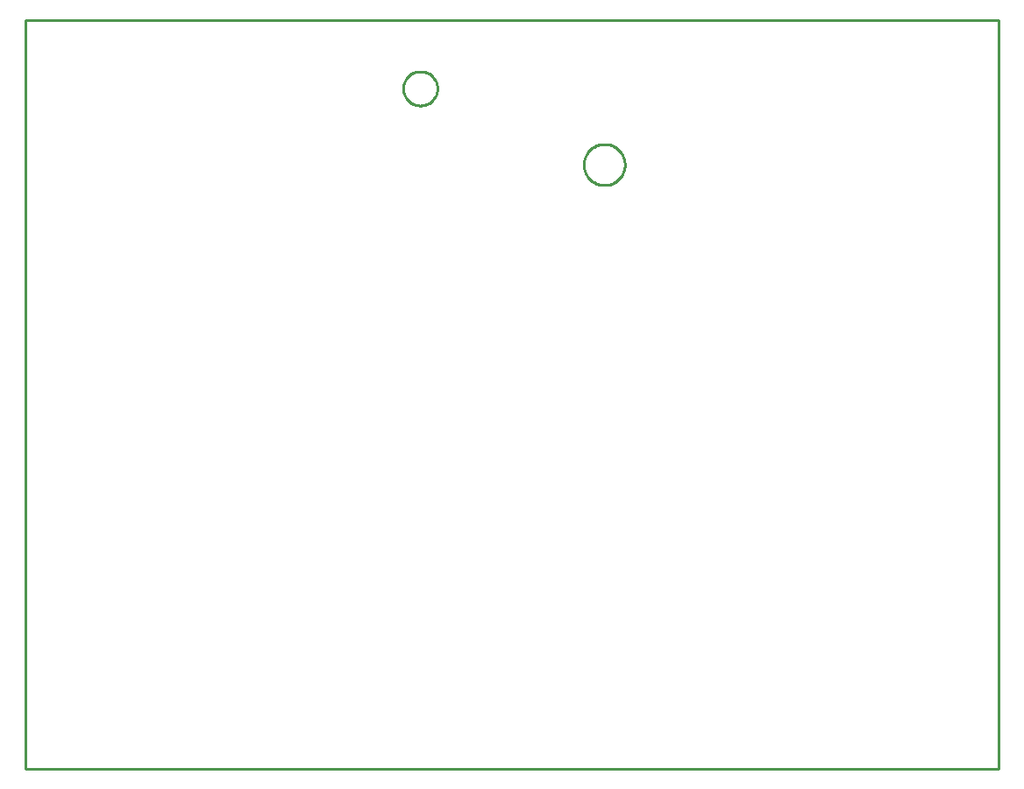
<source format=gko>
G04 EAGLE Gerber RS-274X export*
G75*
%MOMM*%
%FSLAX34Y34*%
%LPD*%
%INBoard Outline*%
%IPPOS*%
%AMOC8*
5,1,8,0,0,1.08239X$1,22.5*%
G01*
%ADD10C,0.000000*%
%ADD11C,0.254000*%


D10*
X0Y0D02*
X939800Y0D01*
X939800Y723900D01*
X0Y723900D01*
X0Y0D01*
X364490Y657860D02*
X364495Y658265D01*
X364510Y658670D01*
X364535Y659075D01*
X364570Y659478D01*
X364614Y659881D01*
X364669Y660283D01*
X364733Y660683D01*
X364807Y661081D01*
X364891Y661477D01*
X364985Y661872D01*
X365088Y662263D01*
X365201Y662653D01*
X365323Y663039D01*
X365455Y663422D01*
X365596Y663802D01*
X365747Y664178D01*
X365906Y664551D01*
X366075Y664919D01*
X366253Y665283D01*
X366439Y665643D01*
X366635Y665998D01*
X366839Y666348D01*
X367051Y666693D01*
X367272Y667032D01*
X367502Y667367D01*
X367739Y667695D01*
X367984Y668017D01*
X368238Y668334D01*
X368498Y668644D01*
X368767Y668947D01*
X369043Y669244D01*
X369326Y669534D01*
X369616Y669817D01*
X369913Y670093D01*
X370216Y670362D01*
X370526Y670622D01*
X370843Y670876D01*
X371165Y671121D01*
X371493Y671358D01*
X371828Y671588D01*
X372167Y671809D01*
X372512Y672021D01*
X372862Y672225D01*
X373217Y672421D01*
X373577Y672607D01*
X373941Y672785D01*
X374309Y672954D01*
X374682Y673113D01*
X375058Y673264D01*
X375438Y673405D01*
X375821Y673537D01*
X376207Y673659D01*
X376597Y673772D01*
X376988Y673875D01*
X377383Y673969D01*
X377779Y674053D01*
X378177Y674127D01*
X378577Y674191D01*
X378979Y674246D01*
X379382Y674290D01*
X379785Y674325D01*
X380190Y674350D01*
X380595Y674365D01*
X381000Y674370D01*
X381405Y674365D01*
X381810Y674350D01*
X382215Y674325D01*
X382618Y674290D01*
X383021Y674246D01*
X383423Y674191D01*
X383823Y674127D01*
X384221Y674053D01*
X384617Y673969D01*
X385012Y673875D01*
X385403Y673772D01*
X385793Y673659D01*
X386179Y673537D01*
X386562Y673405D01*
X386942Y673264D01*
X387318Y673113D01*
X387691Y672954D01*
X388059Y672785D01*
X388423Y672607D01*
X388783Y672421D01*
X389138Y672225D01*
X389488Y672021D01*
X389833Y671809D01*
X390172Y671588D01*
X390507Y671358D01*
X390835Y671121D01*
X391157Y670876D01*
X391474Y670622D01*
X391784Y670362D01*
X392087Y670093D01*
X392384Y669817D01*
X392674Y669534D01*
X392957Y669244D01*
X393233Y668947D01*
X393502Y668644D01*
X393762Y668334D01*
X394016Y668017D01*
X394261Y667695D01*
X394498Y667367D01*
X394728Y667032D01*
X394949Y666693D01*
X395161Y666348D01*
X395365Y665998D01*
X395561Y665643D01*
X395747Y665283D01*
X395925Y664919D01*
X396094Y664551D01*
X396253Y664178D01*
X396404Y663802D01*
X396545Y663422D01*
X396677Y663039D01*
X396799Y662653D01*
X396912Y662263D01*
X397015Y661872D01*
X397109Y661477D01*
X397193Y661081D01*
X397267Y660683D01*
X397331Y660283D01*
X397386Y659881D01*
X397430Y659478D01*
X397465Y659075D01*
X397490Y658670D01*
X397505Y658265D01*
X397510Y657860D01*
X397505Y657455D01*
X397490Y657050D01*
X397465Y656645D01*
X397430Y656242D01*
X397386Y655839D01*
X397331Y655437D01*
X397267Y655037D01*
X397193Y654639D01*
X397109Y654243D01*
X397015Y653848D01*
X396912Y653457D01*
X396799Y653067D01*
X396677Y652681D01*
X396545Y652298D01*
X396404Y651918D01*
X396253Y651542D01*
X396094Y651169D01*
X395925Y650801D01*
X395747Y650437D01*
X395561Y650077D01*
X395365Y649722D01*
X395161Y649372D01*
X394949Y649027D01*
X394728Y648688D01*
X394498Y648353D01*
X394261Y648025D01*
X394016Y647703D01*
X393762Y647386D01*
X393502Y647076D01*
X393233Y646773D01*
X392957Y646476D01*
X392674Y646186D01*
X392384Y645903D01*
X392087Y645627D01*
X391784Y645358D01*
X391474Y645098D01*
X391157Y644844D01*
X390835Y644599D01*
X390507Y644362D01*
X390172Y644132D01*
X389833Y643911D01*
X389488Y643699D01*
X389138Y643495D01*
X388783Y643299D01*
X388423Y643113D01*
X388059Y642935D01*
X387691Y642766D01*
X387318Y642607D01*
X386942Y642456D01*
X386562Y642315D01*
X386179Y642183D01*
X385793Y642061D01*
X385403Y641948D01*
X385012Y641845D01*
X384617Y641751D01*
X384221Y641667D01*
X383823Y641593D01*
X383423Y641529D01*
X383021Y641474D01*
X382618Y641430D01*
X382215Y641395D01*
X381810Y641370D01*
X381405Y641355D01*
X381000Y641350D01*
X380595Y641355D01*
X380190Y641370D01*
X379785Y641395D01*
X379382Y641430D01*
X378979Y641474D01*
X378577Y641529D01*
X378177Y641593D01*
X377779Y641667D01*
X377383Y641751D01*
X376988Y641845D01*
X376597Y641948D01*
X376207Y642061D01*
X375821Y642183D01*
X375438Y642315D01*
X375058Y642456D01*
X374682Y642607D01*
X374309Y642766D01*
X373941Y642935D01*
X373577Y643113D01*
X373217Y643299D01*
X372862Y643495D01*
X372512Y643699D01*
X372167Y643911D01*
X371828Y644132D01*
X371493Y644362D01*
X371165Y644599D01*
X370843Y644844D01*
X370526Y645098D01*
X370216Y645358D01*
X369913Y645627D01*
X369616Y645903D01*
X369326Y646186D01*
X369043Y646476D01*
X368767Y646773D01*
X368498Y647076D01*
X368238Y647386D01*
X367984Y647703D01*
X367739Y648025D01*
X367502Y648353D01*
X367272Y648688D01*
X367051Y649027D01*
X366839Y649372D01*
X366635Y649722D01*
X366439Y650077D01*
X366253Y650437D01*
X366075Y650801D01*
X365906Y651169D01*
X365747Y651542D01*
X365596Y651918D01*
X365455Y652298D01*
X365323Y652681D01*
X365201Y653067D01*
X365088Y653457D01*
X364985Y653848D01*
X364891Y654243D01*
X364807Y654639D01*
X364733Y655037D01*
X364669Y655437D01*
X364614Y655839D01*
X364570Y656242D01*
X364535Y656645D01*
X364510Y657050D01*
X364495Y657455D01*
X364490Y657860D01*
X538988Y584200D02*
X538994Y584686D01*
X539012Y585172D01*
X539042Y585657D01*
X539083Y586142D01*
X539137Y586625D01*
X539202Y587107D01*
X539280Y587587D01*
X539369Y588065D01*
X539469Y588541D01*
X539582Y589014D01*
X539706Y589484D01*
X539841Y589951D01*
X539988Y590415D01*
X540146Y590874D01*
X540316Y591330D01*
X540496Y591782D01*
X540688Y592229D01*
X540890Y592671D01*
X541103Y593108D01*
X541327Y593539D01*
X541562Y593965D01*
X541807Y594385D01*
X542062Y594799D01*
X542327Y595207D01*
X542602Y595608D01*
X542887Y596002D01*
X543181Y596389D01*
X543485Y596769D01*
X543798Y597141D01*
X544120Y597505D01*
X544451Y597861D01*
X544791Y598209D01*
X545139Y598549D01*
X545495Y598880D01*
X545859Y599202D01*
X546231Y599515D01*
X546611Y599819D01*
X546998Y600113D01*
X547392Y600398D01*
X547793Y600673D01*
X548201Y600938D01*
X548615Y601193D01*
X549035Y601438D01*
X549461Y601673D01*
X549892Y601897D01*
X550329Y602110D01*
X550771Y602312D01*
X551218Y602504D01*
X551670Y602684D01*
X552126Y602854D01*
X552585Y603012D01*
X553049Y603159D01*
X553516Y603294D01*
X553986Y603418D01*
X554459Y603531D01*
X554935Y603631D01*
X555413Y603720D01*
X555893Y603798D01*
X556375Y603863D01*
X556858Y603917D01*
X557343Y603958D01*
X557828Y603988D01*
X558314Y604006D01*
X558800Y604012D01*
X559286Y604006D01*
X559772Y603988D01*
X560257Y603958D01*
X560742Y603917D01*
X561225Y603863D01*
X561707Y603798D01*
X562187Y603720D01*
X562665Y603631D01*
X563141Y603531D01*
X563614Y603418D01*
X564084Y603294D01*
X564551Y603159D01*
X565015Y603012D01*
X565474Y602854D01*
X565930Y602684D01*
X566382Y602504D01*
X566829Y602312D01*
X567271Y602110D01*
X567708Y601897D01*
X568139Y601673D01*
X568565Y601438D01*
X568985Y601193D01*
X569399Y600938D01*
X569807Y600673D01*
X570208Y600398D01*
X570602Y600113D01*
X570989Y599819D01*
X571369Y599515D01*
X571741Y599202D01*
X572105Y598880D01*
X572461Y598549D01*
X572809Y598209D01*
X573149Y597861D01*
X573480Y597505D01*
X573802Y597141D01*
X574115Y596769D01*
X574419Y596389D01*
X574713Y596002D01*
X574998Y595608D01*
X575273Y595207D01*
X575538Y594799D01*
X575793Y594385D01*
X576038Y593965D01*
X576273Y593539D01*
X576497Y593108D01*
X576710Y592671D01*
X576912Y592229D01*
X577104Y591782D01*
X577284Y591330D01*
X577454Y590874D01*
X577612Y590415D01*
X577759Y589951D01*
X577894Y589484D01*
X578018Y589014D01*
X578131Y588541D01*
X578231Y588065D01*
X578320Y587587D01*
X578398Y587107D01*
X578463Y586625D01*
X578517Y586142D01*
X578558Y585657D01*
X578588Y585172D01*
X578606Y584686D01*
X578612Y584200D01*
X578606Y583714D01*
X578588Y583228D01*
X578558Y582743D01*
X578517Y582258D01*
X578463Y581775D01*
X578398Y581293D01*
X578320Y580813D01*
X578231Y580335D01*
X578131Y579859D01*
X578018Y579386D01*
X577894Y578916D01*
X577759Y578449D01*
X577612Y577985D01*
X577454Y577526D01*
X577284Y577070D01*
X577104Y576618D01*
X576912Y576171D01*
X576710Y575729D01*
X576497Y575292D01*
X576273Y574861D01*
X576038Y574435D01*
X575793Y574015D01*
X575538Y573601D01*
X575273Y573193D01*
X574998Y572792D01*
X574713Y572398D01*
X574419Y572011D01*
X574115Y571631D01*
X573802Y571259D01*
X573480Y570895D01*
X573149Y570539D01*
X572809Y570191D01*
X572461Y569851D01*
X572105Y569520D01*
X571741Y569198D01*
X571369Y568885D01*
X570989Y568581D01*
X570602Y568287D01*
X570208Y568002D01*
X569807Y567727D01*
X569399Y567462D01*
X568985Y567207D01*
X568565Y566962D01*
X568139Y566727D01*
X567708Y566503D01*
X567271Y566290D01*
X566829Y566088D01*
X566382Y565896D01*
X565930Y565716D01*
X565474Y565546D01*
X565015Y565388D01*
X564551Y565241D01*
X564084Y565106D01*
X563614Y564982D01*
X563141Y564869D01*
X562665Y564769D01*
X562187Y564680D01*
X561707Y564602D01*
X561225Y564537D01*
X560742Y564483D01*
X560257Y564442D01*
X559772Y564412D01*
X559286Y564394D01*
X558800Y564388D01*
X558314Y564394D01*
X557828Y564412D01*
X557343Y564442D01*
X556858Y564483D01*
X556375Y564537D01*
X555893Y564602D01*
X555413Y564680D01*
X554935Y564769D01*
X554459Y564869D01*
X553986Y564982D01*
X553516Y565106D01*
X553049Y565241D01*
X552585Y565388D01*
X552126Y565546D01*
X551670Y565716D01*
X551218Y565896D01*
X550771Y566088D01*
X550329Y566290D01*
X549892Y566503D01*
X549461Y566727D01*
X549035Y566962D01*
X548615Y567207D01*
X548201Y567462D01*
X547793Y567727D01*
X547392Y568002D01*
X546998Y568287D01*
X546611Y568581D01*
X546231Y568885D01*
X545859Y569198D01*
X545495Y569520D01*
X545139Y569851D01*
X544791Y570191D01*
X544451Y570539D01*
X544120Y570895D01*
X543798Y571259D01*
X543485Y571631D01*
X543181Y572011D01*
X542887Y572398D01*
X542602Y572792D01*
X542327Y573193D01*
X542062Y573601D01*
X541807Y574015D01*
X541562Y574435D01*
X541327Y574861D01*
X541103Y575292D01*
X540890Y575729D01*
X540688Y576171D01*
X540496Y576618D01*
X540316Y577070D01*
X540146Y577526D01*
X539988Y577985D01*
X539841Y578449D01*
X539706Y578916D01*
X539582Y579386D01*
X539469Y579859D01*
X539369Y580335D01*
X539280Y580813D01*
X539202Y581293D01*
X539137Y581775D01*
X539083Y582258D01*
X539042Y582743D01*
X539012Y583228D01*
X538994Y583714D01*
X538988Y584200D01*
D11*
X0Y0D02*
X939800Y0D01*
X939800Y723900D01*
X0Y723900D01*
X0Y0D01*
X397510Y657320D02*
X397439Y656241D01*
X397298Y655169D01*
X397087Y654109D01*
X396808Y653065D01*
X396460Y652041D01*
X396046Y651043D01*
X395568Y650073D01*
X395028Y649137D01*
X394427Y648238D01*
X393769Y647381D01*
X393057Y646568D01*
X392292Y645804D01*
X391479Y645091D01*
X390622Y644433D01*
X389723Y643832D01*
X388787Y643292D01*
X387817Y642814D01*
X386819Y642400D01*
X385795Y642052D01*
X384751Y641773D01*
X383691Y641562D01*
X382619Y641421D01*
X381540Y641350D01*
X380460Y641350D01*
X379381Y641421D01*
X378309Y641562D01*
X377249Y641773D01*
X376205Y642052D01*
X375181Y642400D01*
X374183Y642814D01*
X373213Y643292D01*
X372277Y643832D01*
X371378Y644433D01*
X370521Y645091D01*
X369708Y645804D01*
X368944Y646568D01*
X368231Y647381D01*
X367573Y648238D01*
X366972Y649137D01*
X366432Y650073D01*
X365954Y651043D01*
X365540Y652041D01*
X365192Y653065D01*
X364913Y654109D01*
X364702Y655169D01*
X364561Y656241D01*
X364490Y657320D01*
X364490Y658400D01*
X364561Y659479D01*
X364702Y660551D01*
X364913Y661611D01*
X365192Y662655D01*
X365540Y663679D01*
X365954Y664677D01*
X366432Y665647D01*
X366972Y666583D01*
X367573Y667482D01*
X368231Y668339D01*
X368944Y669152D01*
X369708Y669917D01*
X370521Y670629D01*
X371378Y671287D01*
X372277Y671888D01*
X373213Y672428D01*
X374183Y672906D01*
X375181Y673320D01*
X376205Y673668D01*
X377249Y673947D01*
X378309Y674158D01*
X379381Y674299D01*
X380460Y674370D01*
X381540Y674370D01*
X382619Y674299D01*
X383691Y674158D01*
X384751Y673947D01*
X385795Y673668D01*
X386819Y673320D01*
X387817Y672906D01*
X388787Y672428D01*
X389723Y671888D01*
X390622Y671287D01*
X391479Y670629D01*
X392292Y669917D01*
X393057Y669152D01*
X393769Y668339D01*
X394427Y667482D01*
X395028Y666583D01*
X395568Y665647D01*
X396046Y664677D01*
X396460Y663679D01*
X396808Y662655D01*
X397087Y661611D01*
X397298Y660551D01*
X397439Y659479D01*
X397510Y658400D01*
X397510Y657320D01*
X578612Y583601D02*
X578540Y582406D01*
X578395Y581218D01*
X578180Y580040D01*
X577893Y578877D01*
X577537Y577734D01*
X577112Y576615D01*
X576621Y575523D01*
X576064Y574463D01*
X575445Y573438D01*
X574765Y572453D01*
X574026Y571510D01*
X573233Y570614D01*
X572386Y569768D01*
X571490Y568974D01*
X570547Y568235D01*
X569562Y567555D01*
X568537Y566936D01*
X567477Y566379D01*
X566385Y565888D01*
X565266Y565463D01*
X564123Y565107D01*
X562960Y564820D01*
X561782Y564605D01*
X560594Y564460D01*
X559399Y564388D01*
X558201Y564388D01*
X557006Y564460D01*
X555818Y564605D01*
X554640Y564820D01*
X553477Y565107D01*
X552334Y565463D01*
X551215Y565888D01*
X550123Y566379D01*
X549063Y566936D01*
X548038Y567555D01*
X547053Y568235D01*
X546110Y568974D01*
X545214Y569768D01*
X544368Y570614D01*
X543574Y571510D01*
X542835Y572453D01*
X542155Y573438D01*
X541536Y574463D01*
X540979Y575523D01*
X540488Y576615D01*
X540063Y577734D01*
X539707Y578877D01*
X539420Y580040D01*
X539205Y581218D01*
X539060Y582406D01*
X538988Y583601D01*
X538988Y584799D01*
X539060Y585994D01*
X539205Y587182D01*
X539420Y588360D01*
X539707Y589523D01*
X540063Y590666D01*
X540488Y591785D01*
X540979Y592877D01*
X541536Y593937D01*
X542155Y594962D01*
X542835Y595947D01*
X543574Y596890D01*
X544368Y597786D01*
X545214Y598633D01*
X546110Y599426D01*
X547053Y600165D01*
X548038Y600845D01*
X549063Y601464D01*
X550123Y602021D01*
X551215Y602512D01*
X552334Y602937D01*
X553477Y603293D01*
X554640Y603580D01*
X555818Y603795D01*
X557006Y603940D01*
X558201Y604012D01*
X559399Y604012D01*
X560594Y603940D01*
X561782Y603795D01*
X562960Y603580D01*
X564123Y603293D01*
X565266Y602937D01*
X566385Y602512D01*
X567477Y602021D01*
X568537Y601464D01*
X569562Y600845D01*
X570547Y600165D01*
X571490Y599426D01*
X572386Y598633D01*
X573233Y597786D01*
X574026Y596890D01*
X574765Y595947D01*
X575445Y594962D01*
X576064Y593937D01*
X576621Y592877D01*
X577112Y591785D01*
X577537Y590666D01*
X577893Y589523D01*
X578180Y588360D01*
X578395Y587182D01*
X578540Y585994D01*
X578612Y584799D01*
X578612Y583601D01*
M02*

</source>
